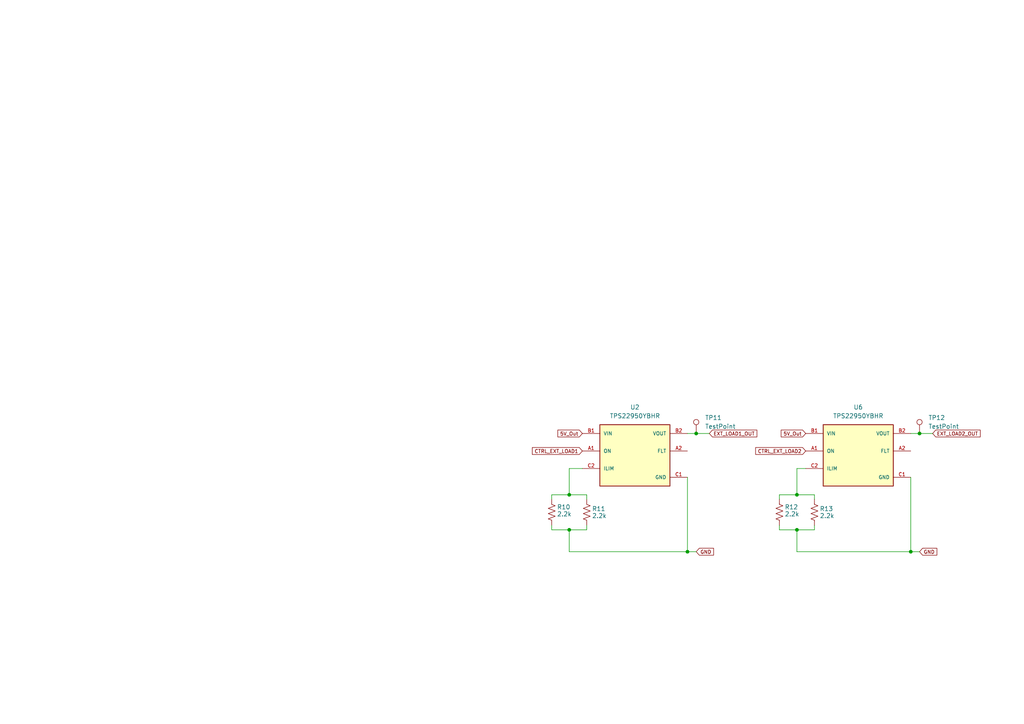
<source format=kicad_sch>
(kicad_sch (version 20250114) (generator "eeschema") (generator_version "9.0")
  (paper "A4")
  (title_block (date "2025-03-23") (rev "v0") (company "University of Cape Town") (comment 3 "HNYPHI001, OWNHAN001") (comment 4 "Phila Haanyama, Hannah Owen"))
  (lib_symbols
    (symbol "Connector:TestPoint" (pin_numbers (hide yes)) (pin_names (offset 0.762) (hide yes))
      (property "Reference" "TP" (at 0 6.858 0))
      (property "Value" "TestPoint" (at 0 5.08 0))
      (symbol "TestPoint_0_1"
        (circle (center 0 3.302) (radius 0.762))
      )
      (symbol "TestPoint_1_1"
        (pin passive line (at 0 0 90) (length 2.54) (name "1") (number "1"))
      )
    )
    (symbol "Device:R_US" (pin_numbers (hide yes)) (pin_names (offset 0))
      (property "Reference" "R" (at 2.54 0 90))
      (property "Value" "R_US" (at -2.54 0 90))
      (symbol "R_US_0_1"
        (polyline (pts (xy 0 2.286) (xy 0 2.54)))
        (polyline (pts (xy 0 2.286) (xy 1.016 1.905) (xy 0 1.524) (xy -1.016 1.143) (xy 0 0.762)))
        (polyline (pts (xy 0 0.762) (xy 1.016 0.381) (xy 0 0) (xy -1.016 -0.381) (xy 0 -0.762)))
        (polyline (pts (xy 0 -0.762) (xy 1.016 -1.143) (xy 0 -1.524) (xy -1.016 -1.905) (xy 0 -2.286)))
        (polyline (pts (xy 0 -2.286) (xy 0 -2.54)))
      )
      (symbol "R_US_1_1"
        (pin passive line (at 0 3.81 270) (length 1.27) (name "~") (number "1"))
        (pin passive line (at 0 -3.81 90) (length 1.27) (name "~") (number "2"))
      )
    )
    (symbol "TPS22950YBHR:TPS22950YBHR" (pin_names (offset 1.016))
      (property "Reference" "U" (at -10.16 11.049 0))
      (property "Value" "TPS22950YBHR" (at -10.16 -10.16 0))
      (symbol "TPS22950YBHR_0_0"
        (rectangle (start -10.16 -7.62) (end 10.16 10.16) (stroke (width 0.254)) (fill (type background)))
        (pin input line (at -15.24 7.62 0) (length 5.08) (name "VIN") (number "B1"))
        (pin input line (at -15.24 2.54 0) (length 5.08) (name "ON") (number "A1"))
        (pin passive line (at -15.24 -2.54 0) (length 5.08) (name "ILIM") (number "C2"))
        (pin output line (at 15.24 7.62 180) (length 5.08) (name "VOUT") (number "B2"))
        (pin output line (at 15.24 2.54 180) (length 5.08) (name "FLT") (number "A2"))
        (pin power_in line (at 15.24 -5.08 180) (length 5.08) (name "GND") (number "C1"))
      )
    )
  )
  (junction (at 165.1 153.67))
  (junction (at 264.16 160.02))
  (junction (at 231.14 153.67))
  (junction (at 266.7 125.73))
  (junction (at 199.39 160.02))
  (junction (at 231.14 143.51))
  (junction (at 165.1 143.51))
  (junction (at 201.93 125.73))
  (wire (pts (xy 199.39 160.02) (xy 199.39 138.43)))
  (wire (pts (xy 236.22 153.67) (xy 236.22 152.4)))
  (wire (pts (xy 168.91 135.89) (xy 165.1 135.89)))
  (wire (pts (xy 226.06 152.4) (xy 226.06 153.67)))
  (wire (pts (xy 266.7 160.02) (xy 264.16 160.02)))
  (wire (pts (xy 231.14 143.51) (xy 236.22 143.51)))
  (wire (pts (xy 226.06 143.51) (xy 226.06 144.78)))
  (wire (pts (xy 165.1 160.02) (xy 165.1 153.67)))
  (wire (pts (xy 160.02 143.51) (xy 165.1 143.51)))
  (wire (pts (xy 201.93 125.73) (xy 199.39 125.73)))
  (wire (pts (xy 231.14 153.67) (xy 236.22 153.67)))
  (wire (pts (xy 201.93 160.02) (xy 199.39 160.02)))
  (wire (pts (xy 226.06 143.51) (xy 231.14 143.51)))
  (wire (pts (xy 231.14 153.67) (xy 231.14 160.02)))
  (wire (pts (xy 170.18 143.51) (xy 170.18 144.78)))
  (wire (pts (xy 231.14 135.89) (xy 233.68 135.89)))
  (wire (pts (xy 226.06 153.67) (xy 231.14 153.67)))
  (wire (pts (xy 160.02 152.4) (xy 160.02 153.67)))
  (wire (pts (xy 236.22 143.51) (xy 236.22 144.78)))
  (wire (pts (xy 170.18 153.67) (xy 170.18 152.4)))
  (wire (pts (xy 160.02 143.51) (xy 160.02 144.78)))
  (wire (pts (xy 165.1 153.67) (xy 170.18 153.67)))
  (wire (pts (xy 266.7 125.73) (xy 264.16 125.73)))
  (wire (pts (xy 264.16 160.02) (xy 264.16 138.43)))
  (wire (pts (xy 205.74 125.73) (xy 201.93 125.73)))
  (wire (pts (xy 165.1 143.51) (xy 170.18 143.51)))
  (wire (pts (xy 165.1 135.89) (xy 165.1 143.51)))
  (wire (pts (xy 231.14 135.89) (xy 231.14 143.51)))
  (wire (pts (xy 160.02 153.67) (xy 165.1 153.67)))
  (wire (pts (xy 270.51 125.73) (xy 266.7 125.73)))
  (wire (pts (xy 165.1 160.02) (xy 199.39 160.02)))
  (wire (pts (xy 231.14 160.02) (xy 264.16 160.02)))
  (global_label "5V_Out" (shape input) (at 168.91 125.73 180) (effects (font (size 1.016 1.016))) (property "Intersheetrefs" "${INTERSHEET_REFS}" (effects (hide yes))))
  (global_label "5V_Out" (shape input) (at 233.68 125.73 180) (effects (font (size 1.016 1.016))) (property "Intersheetrefs" "${INTERSHEET_REFS}" (effects (hide yes))))
  (global_label "CTRL_EXT_LOAD2" (shape input) (at 233.68 130.81 180) (effects (font (size 1.016 1.016))) (property "Intersheetrefs" "${INTERSHEET_REFS}" (effects (hide yes))))
  (global_label "EXT_LOAD1_OUT" (shape input) (at 205.74 125.73 0) (effects (font (size 1.016 1.016))) (property "Intersheetrefs" "${INTERSHEET_REFS}" (effects (hide yes))))
  (global_label "CTRL_EXT_LOAD1" (shape input) (at 168.91 130.81 180) (effects (font (size 1.016 1.016))) (property "Intersheetrefs" "${INTERSHEET_REFS}" (effects (hide yes))))
  (global_label "GND" (shape input) (at 266.7 160.02 0) (effects (font (size 1.016 1.016))) (property "Intersheetrefs" "${INTERSHEET_REFS}" (effects (hide yes))))
  (global_label "EXT_LOAD2_OUT" (shape input) (at 270.51 125.73 0) (effects (font (size 1.016 1.016))) (property "Intersheetrefs" "${INTERSHEET_REFS}" (effects (hide yes))))
  (global_label "GND" (shape input) (at 201.93 160.02 0) (effects (font (size 1.016 1.016))) (property "Intersheetrefs" "${INTERSHEET_REFS}" (effects (hide yes))))
  (symbol (lib_id "Device:R_US") (at 160.02 148.59 0) (unit 1)
    (property "Reference" "R10" (at 161.544 147.066 0) (effects (justify left)))
    (property "Value" "2.2k" (at 161.544 149.098 0) (effects (justify left)))
    (property "Footprint" "Resistor_SMD:R_0603_1608Metric_Pad0.98x0.95mm_HandSolder" (effects (hide yes)))
    (property "Description" "Resistor, US symbol" (effects (hide yes)))
    (property "LCSC" "C4190" (effects (hide yes)))
  )
  (symbol (lib_id "Device:R_US") (at 170.18 148.59 0) (unit 1)
    (property "Reference" "R11" (at 171.704 147.574 0) (effects (justify left)))
    (property "Value" "2.2k" (at 171.704 149.606 0) (effects (justify left)))
    (property "Footprint" "Resistor_SMD:R_0603_1608Metric_Pad0.98x0.95mm_HandSolder" (effects (hide yes)))
    (property "Description" "Resistor, US symbol" (effects (hide yes)))
    (property "LCSC" "C4190" (effects (hide yes)))
  )
  (symbol (lib_id "TPS22950YBHR:TPS22950YBHR") (at 184.15 133.35 0) (unit 1)
    (property "Reference" "U3" (at 184.15 118.11 0))
    (property "Value" "TPS22950YBHR" (at 184.15 120.65 0))
    (property "Footprint" "TPS22950YBHR:IC_TPS22950YBHR" (effects (hide yes)))
    (property "MF" "Texas Instruments" (effects (hide yes)))
    (property "MAXIMUM_PACKAGE_HEIGHT" "0.4mm" (effects (hide yes)))
    (property "Package" "DSBGA-6 Texas Instruments" (effects (hide yes)))
    (property "Price" "None" (effects (hide yes)))
    (property "Check_prices" "https://www.snapeda.com/parts/TPS22950YBHR/Texas+Instruments/view-part/?ref=eda" (effects (hide yes)))
    (property "STANDARD" "Manufacturer Recommendations" (effects (hide yes)))
    (property "PARTREV" "December 2020" (effects (hide yes)))
    (property "SnapEDA_Link" "https://www.snapeda.com/parts/TPS22950YBHR/Texas+Instruments/view-part/?ref=snap" (effects (hide yes)))
    (property "MP" "TPS22950YBHR" (effects (hide yes)))
    (property "Description_1" "5.5-V, 2-A, 40-mΩ load switch with adjustable current limit" (effects (hide yes)))
    (property "Availability" "In Stock" (effects (hide yes)))
    (property "MANUFACTURER" "Texas Instruments" (effects (hide yes)))
    (property "LCSC" "C3230039" (effects (hide yes)))
    (instances (project "" (path "" (reference "U2") (unit 1)) (path "" (reference "U3") (unit 1))))
  )
  (symbol (lib_id "TPS22950YBHR:TPS22950YBHR") (at 248.92 133.35 0) (unit 1)
    (property "Reference" "U6" (at 248.92 118.11 0))
    (property "Value" "TPS22950YBHR" (at 248.92 120.65 0))
    (property "Footprint" "TPS22950YBHR:IC_TPS22950YBHR" (effects (hide yes)))
    (property "MF" "Texas Instruments" (effects (hide yes)))
    (property "MAXIMUM_PACKAGE_HEIGHT" "0.4mm" (effects (hide yes)))
    (property "Package" "DSBGA-6 Texas Instruments" (effects (hide yes)))
    (property "Price" "None" (effects (hide yes)))
    (property "Check_prices" "https://www.snapeda.com/parts/TPS22950YBHR/Texas+Instruments/view-part/?ref=eda" (effects (hide yes)))
    (property "STANDARD" "Manufacturer Recommendations" (effects (hide yes)))
    (property "PARTREV" "December 2020" (effects (hide yes)))
    (property "SnapEDA_Link" "https://www.snapeda.com/parts/TPS22950YBHR/Texas+Instruments/view-part/?ref=snap" (effects (hide yes)))
    (property "MP" "TPS22950YBHR" (effects (hide yes)))
    (property "Description_1" "5.5-V, 2-A, 40-mΩ load switch with adjustable current limit" (effects (hide yes)))
    (property "Availability" "In Stock" (effects (hide yes)))
    (property "MANUFACTURER" "Texas Instruments" (effects (hide yes)))
    (property "LCSC" "C3230039" (effects (hide yes)))
  )
  (symbol (lib_id "Device:R_US") (at 226.06 148.59 0) (unit 1)
    (property "Reference" "R12" (at 227.584 147.066 0) (effects (justify left)))
    (property "Value" "2.2k" (at 227.584 149.098 0) (effects (justify left)))
    (property "Footprint" "Resistor_SMD:R_0603_1608Metric_Pad0.98x0.95mm_HandSolder" (effects (hide yes)))
    (property "Description" "Resistor, US symbol" (effects (hide yes)))
    (property "LCSC" "C4190" (effects (hide yes)))
  )
  (symbol (lib_id "Connector:TestPoint") (at 266.7 125.73 0) (unit 1)
    (property "Reference" "TP12" (at 269.24 121.1579 0) (effects (justify left)))
    (property "Value" "TestPoint" (at 269.24 123.6979 0) (effects (justify left)))
    (property "Footprint" "TestPoint:TestPoint_Pad_1.0x1.0mm" (effects (hide yes)))
    (property "Description" "test point" (effects (hide yes)))
  )
  (symbol (lib_id "Device:R_US") (at 236.22 148.59 0) (unit 1)
    (property "Reference" "R13" (at 237.744 147.574 0) (effects (justify left)))
    (property "Value" "2.2k" (at 237.744 149.606 0) (effects (justify left)))
    (property "Footprint" "Resistor_SMD:R_0603_1608Metric_Pad0.98x0.95mm_HandSolder" (effects (hide yes)))
    (property "Description" "Resistor, US symbol" (effects (hide yes)))
    (property "LCSC" "C4190" (effects (hide yes)))
  )
  (symbol (lib_id "Connector:TestPoint") (at 201.93 125.73 0) (unit 1)
    (property "Reference" "TP11" (at 204.47 121.1579 0) (effects (justify left)))
    (property "Value" "TestPoint" (at 204.47 123.6979 0) (effects (justify left)))
    (property "Footprint" "TestPoint:TestPoint_Pad_1.0x1.0mm" (effects (hide yes)))
    (property "Description" "test point" (effects (hide yes)))
  )
)
</source>
